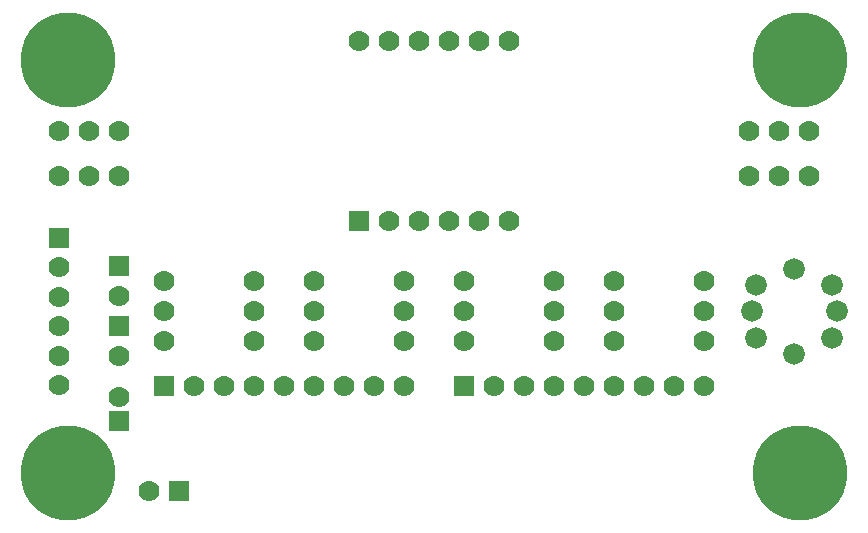
<source format=gts>
G04 ================== begin FILE IDENTIFICATION RECORD ==================*
G04 Layout Name:  LEDSwitchBoard.brd*
G04 Film Name:    GB_LEDSwitchBoard.GTS*
G04 File Format:  Gerber RS274X*
G04 File Origin:  Cadence Allegro 16.6-S014*
G04 Origin Date:  Thu Feb 25 10:56:10 2016*
G04 *
G04 Layer:  VIA CLASS/SOLDERMASK_TOP*
G04 Layer:  PIN/SOLDERMASK_TOP*
G04 Layer:  PACKAGE GEOMETRY/SOLDERMASK_TOP*
G04 Layer:  DRC ERROR CLASS/SOLDERMASK_TOP*
G04 Layer:  BOARD GEOMETRY/SOLDERMASK_TOP*
G04 *
G04 Offset:    (0.0000 0.0000)*
G04 Mirror:    No*
G04 Mode:      Positive*
G04 Rotation:  0*
G04 FullContactRelief:  No*
G04 UndefLineWidth:     0.0000*
G04 ================== end FILE IDENTIFICATION RECORD ====================*
%FSLAX25Y25*MOMM*%
%IR0*IPPOS*OFA0.00000B0.00000*MIA0B0*SFA1.00000B1.00000*%
%ADD10C,8.001*%
%ADD11C,1.778*%
%ADD13C,1.8288*%
%ADD12R,1.778X1.778*%
%LPD*%
G75*
G54D10*
X-3100000Y-1750000D03*
Y1750000D03*
X3100000Y-1750000D03*
Y1750000D03*
G54D11*
X-3175000Y-1006000D03*
Y-756000D03*
Y-506000D03*
Y-256000D03*
Y-6000D03*
Y762000D03*
X-2921000D03*
X-3175000Y1143000D03*
X-2921000D03*
X-2413000Y-1905000D03*
X-2286000Y-635000D03*
X-2667000Y-762000D03*
Y-1104900D03*
X-2286000Y-381000D03*
Y-127000D03*
X-2667000Y-254000D03*
Y762000D03*
Y1143000D03*
X-1524000Y-635000D03*
Y-1016000D03*
X-1778000D03*
X-2032000D03*
X-1524000Y-381000D03*
Y-127000D03*
X-1016000Y-635000D03*
X-762000Y-1016000D03*
X-1016000D03*
X-1270000D03*
X-1016000Y-381000D03*
Y-127000D03*
X-635000Y1905000D03*
X-254000Y-635000D03*
Y-1016000D03*
X-508000D03*
X-254000Y-381000D03*
Y-127000D03*
X-127000Y381000D03*
X-381000D03*
Y1905000D03*
X-127000D03*
X254000Y-635000D03*
X762000Y-1016000D03*
X508000D03*
X254000Y-381000D03*
Y-127000D03*
X635000Y381000D03*
X381000D03*
X127000D03*
Y1905000D03*
X381000D03*
X635000D03*
X1016000Y-635000D03*
X1524000D03*
Y-1016000D03*
X1270000D03*
X1016000D03*
Y-381000D03*
Y-127000D03*
X1524000Y-381000D03*
Y-127000D03*
X2032000Y-1016000D03*
X1778000D03*
X2286000Y-635000D03*
Y-1016000D03*
Y-381000D03*
Y-127000D03*
X2667000Y762000D03*
X2921000D03*
X2667000Y1143000D03*
X2921000D03*
X3175000Y762000D03*
Y1143000D03*
G54D12*
X-3175000Y244000D03*
X-2159000Y-1905000D03*
X-2286000Y-1016000D03*
X-2667000Y-1308100D03*
Y0D03*
Y-508000D03*
X-635000Y381000D03*
X254000Y-1016000D03*
G54D13*
X2688000Y-381000D03*
X2723000Y-156000D03*
Y-606000D03*
X3048000Y-741000D03*
X3408000Y-381000D03*
X3048000Y-21000D03*
X3373000Y-156000D03*
Y-606000D03*
M02*

</source>
